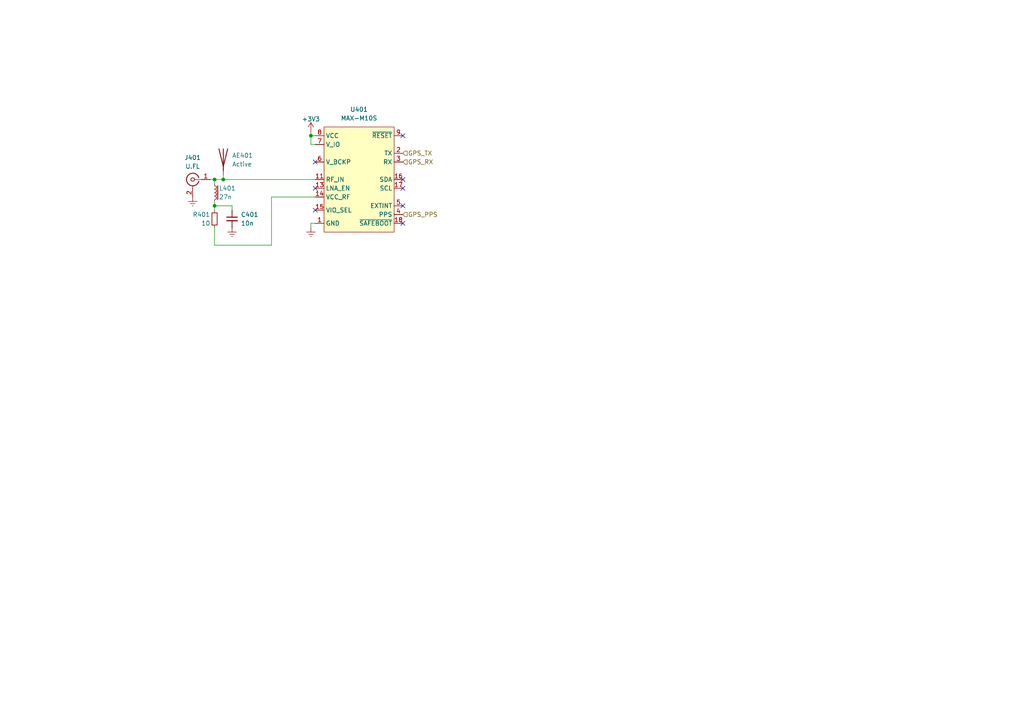
<source format=kicad_sch>
(kicad_sch (version 20211123) (generator eeschema)
  (paper "A4")
  (lib_symbols
    (symbol "Clock:MAX-M10S"
      (property "Reference" "U" (at 0 20.32 0))
      (property "Value" "MAX-M10S" (at 0 20.32 0))
      (symbol "MAX-M10S_0_1"
        (rectangle (start -10.16 15.24) (end 10.16 -15.24) (fill (type background)))
      )
      (symbol "MAX-M10S_1_1"
        (pin input line (at -12.7 -12.7 0) (length 2.54) (name "GND") (number "1"))
        (pin input line (at -12.7 -12.7 0) (length 2.54) hide (name "GND") (number "10"))
        (pin input line (at -12.7 0 0) (length 2.54) (name "RF_IN") (number "11"))
        (pin input line (at -12.7 -12.7 0) (length 2.54) hide (name "GND") (number "12"))
        (pin input line (at -12.7 -2.54 0) (length 2.54) (name "LNA_EN") (number "13"))
        (pin input line (at -12.7 -5.08 0) (length 2.54) (name "VCC_RF") (number "14"))
        (pin input line (at -12.7 -8.89 0) (length 2.54) (name "VIO_SEL") (number "15"))
        (pin input line (at 12.7 0 180) (length 2.54) (name "SDA") (number "16"))
        (pin input line (at 12.7 -2.54 180) (length 2.54) (name "SCL") (number "17"))
        (pin input line (at 12.7 -12.7 180) (length 2.54) (name "~{SAFEBOOT}") (number "18"))
        (pin input line (at 12.7 7.62 180) (length 2.54) (name "TX") (number "2"))
        (pin input line (at 12.7 5.08 180) (length 2.54) (name "RX") (number "3"))
        (pin input line (at 12.7 -10.16 180) (length 2.54) (name "PPS") (number "4"))
        (pin input line (at 12.7 -7.62 180) (length 2.54) (name "EXTINT") (number "5"))
        (pin input line (at -12.7 5.08 0) (length 2.54) (name "V_BCKP") (number "6"))
        (pin input line (at -12.7 10.16 0) (length 2.54) (name "V_IO") (number "7"))
        (pin input line (at -12.7 12.7 0) (length 2.54) (name "VCC") (number "8"))
        (pin input line (at 12.7 12.7 180) (length 2.54) (name "~{RESET}") (number "9"))
      )
    )
    (symbol "Connector:Conn_Coaxial" (pin_names (offset 1.016) hide)
      (property "Reference" "J" (at 0.254 3.048 0))
      (property "Value" "Conn_Coaxial" (at 2.921 0 90))
      (symbol "Conn_Coaxial_0_1"
        (arc (start -1.778 -0.508) (mid 0.2311 -1.8066) (end 1.778 0) (stroke (width 0.254)))
        (polyline (pts (xy -2.54 0) (xy -0.508 0)))
        (polyline (pts (xy 0 -2.54) (xy 0 -1.778)))
        (circle (center 0 0) (radius 0.508) (stroke (width 0.2032)))
        (arc (start 1.778 0) (mid 0.2099 1.8101) (end -1.778 0.508) (stroke (width 0.254)))
      )
      (symbol "Conn_Coaxial_1_1"
        (pin passive line (at -5.08 0 0) (length 2.54) (name "In") (number "1"))
        (pin passive line (at 0 -5.08 90) (length 2.54) (name "Ext") (number "2"))
      )
    )
    (symbol "Device:Antenna" (pin_numbers hide) (pin_names (offset 1.016) hide)
      (property "Reference" "AE" (at -1.905 1.905 0))
      (property "Value" "Antenna" (at -1.905 0 0))
      (symbol "Antenna_0_1"
        (polyline (pts (xy 0 2.54) (xy 0 -3.81)) (stroke (width 0.254)))
        (polyline (pts (xy 1.27 2.54) (xy 0 -2.54) (xy -1.27 2.54)) (stroke (width 0.254)))
      )
      (symbol "Antenna_1_1"
        (pin input line (at 0 -5.08 90) (length 2.54) (name "A") (number "1"))
      )
    )
    (symbol "Device:C_Small" (pin_numbers hide) (pin_names (offset 0.254) hide)
      (property "Reference" "C" (at 0.254 1.778 0))
      (property "Value" "C_Small" (at 0.254 -2.032 0))
      (symbol "C_Small_0_1"
        (polyline (pts (xy -1.524 -0.508) (xy 1.524 -0.508)) (stroke (width 0.3302)))
        (polyline (pts (xy -1.524 0.508) (xy 1.524 0.508)) (stroke (width 0.3048)))
      )
      (symbol "C_Small_1_1"
        (pin passive line (at 0 2.54 270) (length 2.032) (name "~") (number "1"))
        (pin passive line (at 0 -2.54 90) (length 2.032) (name "~") (number "2"))
      )
    )
    (symbol "Device:L_Iron_Small" (pin_numbers hide) (pin_names (offset 0.254) hide)
      (property "Reference" "L" (at 1.27 1.016 0))
      (property "Value" "L_Iron_Small" (at 1.27 -1.27 0))
      (symbol "L_Iron_Small_0_1"
        (arc (start 0 -2.032) (mid 0.508 -1.524) (end 0 -1.016))
        (arc (start 0 -1.016) (mid 0.508 -0.508) (end 0 0))
        (polyline (pts (xy 0.762 2.032) (xy 0.762 -2.032)))
        (polyline (pts (xy 1.016 -2.032) (xy 1.016 2.032)))
        (arc (start 0 0) (mid 0.508 0.508) (end 0 1.016))
        (arc (start 0 1.016) (mid 0.508 1.524) (end 0 2.032))
      )
      (symbol "L_Iron_Small_1_1"
        (pin passive line (at 0 2.54 270) (length 0.508) (name "~") (number "1"))
        (pin passive line (at 0 -2.54 90) (length 0.508) (name "~") (number "2"))
      )
    )
    (symbol "Device:R_Small" (pin_numbers hide) (pin_names (offset 0.254) hide)
      (property "Reference" "R" (at 0.762 0.508 0))
      (property "Value" "R_Small" (at 0.762 -1.016 0))
      (symbol "R_Small_0_1"
        (rectangle (start -0.762 1.778) (end 0.762 -1.778) (stroke (width 0.2032)))
      )
      (symbol "R_Small_1_1"
        (pin passive line (at 0 2.54 270) (length 0.762) (name "~") (number "1"))
        (pin passive line (at 0 -2.54 90) (length 0.762) (name "~") (number "2"))
      )
    )
    (symbol "power:+3V3" (power) (pin_names (offset 0))
      (property "Value" "+3V3" (at 0 3.556 0))
      (symbol "+3V3_0_1"
        (polyline (pts (xy -0.762 1.27) (xy 0 2.54)))
        (polyline (pts (xy 0 0) (xy 0 2.54)))
        (polyline (pts (xy 0 2.54) (xy 0.762 1.27)))
      )
      (symbol "+3V3_1_1"
        (pin power_in line (at 0 0 90) (length 0) hide (name "+3V3") (number "1"))
      )
    )
    (symbol "power:Earth" (power) (pin_names (offset 0))
      (symbol "Earth_0_1"
        (polyline (pts (xy -0.635 -1.905) (xy 0.635 -1.905)))
        (polyline (pts (xy -0.127 -2.54) (xy 0.127 -2.54)))
        (polyline (pts (xy 0 -1.27) (xy 0 0)))
        (polyline (pts (xy 1.27 -1.27) (xy -1.27 -1.27)))
      )
      (symbol "Earth_1_1"
        (pin power_in line (at 0 0 270) (length 0) hide (name "Earth") (number "1"))
      )
    )
  )
  (junction (at 64.77 52.07))
  (junction (at 62.23 52.07))
  (junction (at 62.23 59.69))
  (junction (at 90.17 39.37))
  (no_connect (at 116.84 64.77))
  (no_connect (at 116.84 54.61))
  (no_connect (at 91.44 60.96))
  (no_connect (at 116.84 52.07))
  (no_connect (at 116.84 59.69))
  (no_connect (at 91.44 54.61))
  (no_connect (at 116.84 39.37))
  (no_connect (at 91.44 46.99))
  (wire (pts (xy 67.31 60.96) (xy 67.31 59.69)))
  (wire (pts (xy 62.23 52.07) (xy 64.77 52.07)))
  (wire (pts (xy 64.77 52.07) (xy 91.44 52.07)))
  (wire (pts (xy 62.23 52.07) (xy 60.96 52.07)))
  (wire (pts (xy 62.23 66.04) (xy 62.23 71.12)))
  (wire (pts (xy 78.74 57.15) (xy 91.44 57.15)))
  (wire (pts (xy 62.23 58.42) (xy 62.23 59.69)))
  (wire (pts (xy 90.17 64.77) (xy 90.17 66.04)))
  (wire (pts (xy 91.44 64.77) (xy 90.17 64.77)))
  (wire (pts (xy 90.17 41.91) (xy 91.44 41.91)))
  (wire (pts (xy 90.17 39.37) (xy 91.44 39.37)))
  (wire (pts (xy 64.77 50.8) (xy 64.77 52.07)))
  (wire (pts (xy 78.74 71.12) (xy 62.23 71.12)))
  (wire (pts (xy 62.23 59.69) (xy 62.23 60.96)))
  (wire (pts (xy 90.17 39.37) (xy 90.17 41.91)))
  (wire (pts (xy 67.31 59.69) (xy 62.23 59.69)))
  (wire (pts (xy 90.17 38.1) (xy 90.17 39.37)))
  (wire (pts (xy 62.23 52.07) (xy 62.23 53.34)))
  (wire (pts (xy 78.74 57.15) (xy 78.74 71.12)))
  (hierarchical_label "GPS_TX" (shape input) (at 116.84 44.45 0))
  (hierarchical_label "GPS_RX" (shape input) (at 116.84 46.99 0))
  (hierarchical_label "GPS_PPS" (shape input) (at 116.84 62.23 0))
  (symbol (lib_id "power:Earth") (at 55.88 57.15 0) (unit 1)
    (property "Reference" "#PWR0253" (effects hide))
    (property "Value" "Earth" (effects hide))
  )
  (symbol (lib_id "Connector:Conn_Coaxial") (at 55.88 52.07 0) (mirror y) (unit 1)
    (property "Reference" "J401" (at 55.88 45.72 0))
    (property "Value" "U.FL" (at 55.88 48.26 0))
    (property "Footprint" "Connector_Coaxial:U.FL_Hirose_U.FL-R-SMT-1_Vertical" (effects hide))
    (property "Datasheet" " ~" (effects hide))
  )
  (symbol (lib_id "power:Earth") (at 90.17 66.04 0) (unit 1)
    (property "Reference" "#PWR0254" (effects hide))
    (property "Value" "Earth" (effects hide))
  )
  (symbol (lib_id "power:Earth") (at 67.31 66.04 0) (unit 1)
    (property "Reference" "#PWR0255" (effects hide))
    (property "Value" "Earth" (effects hide))
  )
  (symbol (lib_id "Device:Antenna") (at 64.77 45.72 0) (mirror y) (unit 1)
    (property "Reference" "AE401" (at 67.31 45.0849 0) (effects (justify right)))
    (property "Value" "Active" (at 67.31 47.6249 0) (effects (justify right)))
  )
  (symbol (lib_id "Device:C_Small") (at 67.31 63.5 0) (unit 1)
    (property "Reference" "C401" (at 69.85 62.2362 0) (effects (justify left)))
    (property "Value" "10n" (at 69.85 64.7762 0) (effects (justify left)))
    (property "Footprint" "Capacitor_SMD:C_0402_1005Metric" (effects hide))
  )
  (symbol (lib_id "Clock:MAX-M10S") (at 104.14 52.07 0) (unit 1)
    (property "Reference" "U401" (at 104.14 31.75 0))
    (property "Value" "MAX-M10S" (at 104.14 34.29 0))
    (property "Footprint" "clock:UBLOX_MAX-M10S" (effects hide))
  )
  (symbol (lib_id "Device:R_Small") (at 62.23 63.5 180) (unit 1)
    (property "Reference" "R401" (at 58.42 62.23 0))
    (property "Value" "10" (at 59.69 64.77 0))
    (property "Footprint" "Resistor_SMD:R_0402_1005Metric" (effects hide))
  )
  (symbol (lib_id "Device:L_Iron_Small") (at 62.23 55.88 0) (unit 1)
    (property "Reference" "L401" (at 63.5 54.61 0) (effects (justify left)))
    (property "Value" "27n" (at 63.5 57.15 0) (effects (justify left)))
    (property "Footprint" "Inductor_SMD:L_0402_1005Metric" (effects hide))
  )
  (symbol (lib_id "power:+3V3") (at 90.17 38.1 0) (unit 1)
    (property "Reference" "#PWR0282" (effects hide))
    (property "Value" "+3V3" (at 90.17 34.544 0))
  )
)
</source>
